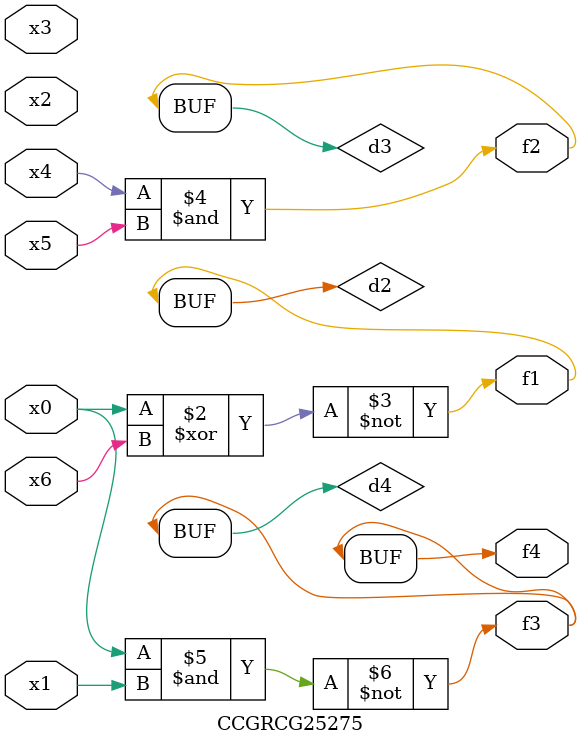
<source format=v>
module CCGRCG25275(
	input x0, x1, x2, x3, x4, x5, x6,
	output f1, f2, f3, f4
);

	wire d1, d2, d3, d4;

	nor (d1, x0);
	xnor (d2, x0, x6);
	and (d3, x4, x5);
	nand (d4, x0, x1);
	assign f1 = d2;
	assign f2 = d3;
	assign f3 = d4;
	assign f4 = d4;
endmodule

</source>
